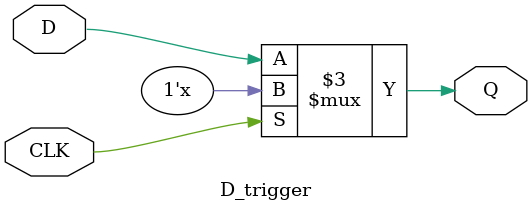
<source format=v>
module D_trigger (
	input CLK, 
	input D, 
	output reg Q
);
	always @ (CLK or D)
	if (~CLK)	
		Q <= D;
endmodule


</source>
